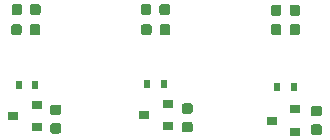
<source format=gbr>
G04 #@! TF.GenerationSoftware,KiCad,Pcbnew,5.0.1-33cea8e~68~ubuntu18.04.1*
G04 #@! TF.CreationDate,2018-11-09T17:01:54+09:00*
G04 #@! TF.ProjectId,relay_jacks,72656C61795F6A61636B732E6B696361,rev?*
G04 #@! TF.SameCoordinates,Original*
G04 #@! TF.FileFunction,Paste,Top*
G04 #@! TF.FilePolarity,Positive*
%FSLAX46Y46*%
G04 Gerber Fmt 4.6, Leading zero omitted, Abs format (unit mm)*
G04 Created by KiCad (PCBNEW 5.0.1-33cea8e~68~ubuntu18.04.1) date 2018年11月09日 17時01分54秒*
%MOMM*%
%LPD*%
G01*
G04 APERTURE LIST*
%ADD10C,0.100000*%
%ADD11C,0.875000*%
%ADD12R,0.600000X0.700000*%
%ADD13R,0.900000X0.800000*%
G04 APERTURE END LIST*
D10*
G04 #@! TO.C,D1*
G36*
X76844691Y-102894053D02*
X76865926Y-102897203D01*
X76886750Y-102902419D01*
X76906962Y-102909651D01*
X76926368Y-102918830D01*
X76944781Y-102929866D01*
X76962024Y-102942654D01*
X76977930Y-102957070D01*
X76992346Y-102972976D01*
X77005134Y-102990219D01*
X77016170Y-103008632D01*
X77025349Y-103028038D01*
X77032581Y-103048250D01*
X77037797Y-103069074D01*
X77040947Y-103090309D01*
X77042000Y-103111750D01*
X77042000Y-103624250D01*
X77040947Y-103645691D01*
X77037797Y-103666926D01*
X77032581Y-103687750D01*
X77025349Y-103707962D01*
X77016170Y-103727368D01*
X77005134Y-103745781D01*
X76992346Y-103763024D01*
X76977930Y-103778930D01*
X76962024Y-103793346D01*
X76944781Y-103806134D01*
X76926368Y-103817170D01*
X76906962Y-103826349D01*
X76886750Y-103833581D01*
X76865926Y-103838797D01*
X76844691Y-103841947D01*
X76823250Y-103843000D01*
X76385750Y-103843000D01*
X76364309Y-103841947D01*
X76343074Y-103838797D01*
X76322250Y-103833581D01*
X76302038Y-103826349D01*
X76282632Y-103817170D01*
X76264219Y-103806134D01*
X76246976Y-103793346D01*
X76231070Y-103778930D01*
X76216654Y-103763024D01*
X76203866Y-103745781D01*
X76192830Y-103727368D01*
X76183651Y-103707962D01*
X76176419Y-103687750D01*
X76171203Y-103666926D01*
X76168053Y-103645691D01*
X76167000Y-103624250D01*
X76167000Y-103111750D01*
X76168053Y-103090309D01*
X76171203Y-103069074D01*
X76176419Y-103048250D01*
X76183651Y-103028038D01*
X76192830Y-103008632D01*
X76203866Y-102990219D01*
X76216654Y-102972976D01*
X76231070Y-102957070D01*
X76246976Y-102942654D01*
X76264219Y-102929866D01*
X76282632Y-102918830D01*
X76302038Y-102909651D01*
X76322250Y-102902419D01*
X76343074Y-102897203D01*
X76364309Y-102894053D01*
X76385750Y-102893000D01*
X76823250Y-102893000D01*
X76844691Y-102894053D01*
X76844691Y-102894053D01*
G37*
D11*
X76604500Y-103368000D03*
D10*
G36*
X78419691Y-102894053D02*
X78440926Y-102897203D01*
X78461750Y-102902419D01*
X78481962Y-102909651D01*
X78501368Y-102918830D01*
X78519781Y-102929866D01*
X78537024Y-102942654D01*
X78552930Y-102957070D01*
X78567346Y-102972976D01*
X78580134Y-102990219D01*
X78591170Y-103008632D01*
X78600349Y-103028038D01*
X78607581Y-103048250D01*
X78612797Y-103069074D01*
X78615947Y-103090309D01*
X78617000Y-103111750D01*
X78617000Y-103624250D01*
X78615947Y-103645691D01*
X78612797Y-103666926D01*
X78607581Y-103687750D01*
X78600349Y-103707962D01*
X78591170Y-103727368D01*
X78580134Y-103745781D01*
X78567346Y-103763024D01*
X78552930Y-103778930D01*
X78537024Y-103793346D01*
X78519781Y-103806134D01*
X78501368Y-103817170D01*
X78481962Y-103826349D01*
X78461750Y-103833581D01*
X78440926Y-103838797D01*
X78419691Y-103841947D01*
X78398250Y-103843000D01*
X77960750Y-103843000D01*
X77939309Y-103841947D01*
X77918074Y-103838797D01*
X77897250Y-103833581D01*
X77877038Y-103826349D01*
X77857632Y-103817170D01*
X77839219Y-103806134D01*
X77821976Y-103793346D01*
X77806070Y-103778930D01*
X77791654Y-103763024D01*
X77778866Y-103745781D01*
X77767830Y-103727368D01*
X77758651Y-103707962D01*
X77751419Y-103687750D01*
X77746203Y-103666926D01*
X77743053Y-103645691D01*
X77742000Y-103624250D01*
X77742000Y-103111750D01*
X77743053Y-103090309D01*
X77746203Y-103069074D01*
X77751419Y-103048250D01*
X77758651Y-103028038D01*
X77767830Y-103008632D01*
X77778866Y-102990219D01*
X77791654Y-102972976D01*
X77806070Y-102957070D01*
X77821976Y-102942654D01*
X77839219Y-102929866D01*
X77857632Y-102918830D01*
X77877038Y-102909651D01*
X77897250Y-102902419D01*
X77918074Y-102897203D01*
X77939309Y-102894053D01*
X77960750Y-102893000D01*
X78398250Y-102893000D01*
X78419691Y-102894053D01*
X78419691Y-102894053D01*
G37*
D11*
X78179500Y-103368000D03*
G04 #@! TD*
D12*
G04 #@! TO.C,D2*
X78208100Y-108026000D03*
X76808100Y-108026000D03*
G04 #@! TD*
D13*
G04 #@! TO.C,Q1*
X78330300Y-111630000D03*
X78330300Y-109730000D03*
X76330300Y-110680000D03*
G04 #@! TD*
D10*
G04 #@! TO.C,R1*
G36*
X76871791Y-101190053D02*
X76893026Y-101193203D01*
X76913850Y-101198419D01*
X76934062Y-101205651D01*
X76953468Y-101214830D01*
X76971881Y-101225866D01*
X76989124Y-101238654D01*
X77005030Y-101253070D01*
X77019446Y-101268976D01*
X77032234Y-101286219D01*
X77043270Y-101304632D01*
X77052449Y-101324038D01*
X77059681Y-101344250D01*
X77064897Y-101365074D01*
X77068047Y-101386309D01*
X77069100Y-101407750D01*
X77069100Y-101920250D01*
X77068047Y-101941691D01*
X77064897Y-101962926D01*
X77059681Y-101983750D01*
X77052449Y-102003962D01*
X77043270Y-102023368D01*
X77032234Y-102041781D01*
X77019446Y-102059024D01*
X77005030Y-102074930D01*
X76989124Y-102089346D01*
X76971881Y-102102134D01*
X76953468Y-102113170D01*
X76934062Y-102122349D01*
X76913850Y-102129581D01*
X76893026Y-102134797D01*
X76871791Y-102137947D01*
X76850350Y-102139000D01*
X76412850Y-102139000D01*
X76391409Y-102137947D01*
X76370174Y-102134797D01*
X76349350Y-102129581D01*
X76329138Y-102122349D01*
X76309732Y-102113170D01*
X76291319Y-102102134D01*
X76274076Y-102089346D01*
X76258170Y-102074930D01*
X76243754Y-102059024D01*
X76230966Y-102041781D01*
X76219930Y-102023368D01*
X76210751Y-102003962D01*
X76203519Y-101983750D01*
X76198303Y-101962926D01*
X76195153Y-101941691D01*
X76194100Y-101920250D01*
X76194100Y-101407750D01*
X76195153Y-101386309D01*
X76198303Y-101365074D01*
X76203519Y-101344250D01*
X76210751Y-101324038D01*
X76219930Y-101304632D01*
X76230966Y-101286219D01*
X76243754Y-101268976D01*
X76258170Y-101253070D01*
X76274076Y-101238654D01*
X76291319Y-101225866D01*
X76309732Y-101214830D01*
X76329138Y-101205651D01*
X76349350Y-101198419D01*
X76370174Y-101193203D01*
X76391409Y-101190053D01*
X76412850Y-101189000D01*
X76850350Y-101189000D01*
X76871791Y-101190053D01*
X76871791Y-101190053D01*
G37*
D11*
X76631600Y-101664000D03*
D10*
G36*
X78446791Y-101190053D02*
X78468026Y-101193203D01*
X78488850Y-101198419D01*
X78509062Y-101205651D01*
X78528468Y-101214830D01*
X78546881Y-101225866D01*
X78564124Y-101238654D01*
X78580030Y-101253070D01*
X78594446Y-101268976D01*
X78607234Y-101286219D01*
X78618270Y-101304632D01*
X78627449Y-101324038D01*
X78634681Y-101344250D01*
X78639897Y-101365074D01*
X78643047Y-101386309D01*
X78644100Y-101407750D01*
X78644100Y-101920250D01*
X78643047Y-101941691D01*
X78639897Y-101962926D01*
X78634681Y-101983750D01*
X78627449Y-102003962D01*
X78618270Y-102023368D01*
X78607234Y-102041781D01*
X78594446Y-102059024D01*
X78580030Y-102074930D01*
X78564124Y-102089346D01*
X78546881Y-102102134D01*
X78528468Y-102113170D01*
X78509062Y-102122349D01*
X78488850Y-102129581D01*
X78468026Y-102134797D01*
X78446791Y-102137947D01*
X78425350Y-102139000D01*
X77987850Y-102139000D01*
X77966409Y-102137947D01*
X77945174Y-102134797D01*
X77924350Y-102129581D01*
X77904138Y-102122349D01*
X77884732Y-102113170D01*
X77866319Y-102102134D01*
X77849076Y-102089346D01*
X77833170Y-102074930D01*
X77818754Y-102059024D01*
X77805966Y-102041781D01*
X77794930Y-102023368D01*
X77785751Y-102003962D01*
X77778519Y-101983750D01*
X77773303Y-101962926D01*
X77770153Y-101941691D01*
X77769100Y-101920250D01*
X77769100Y-101407750D01*
X77770153Y-101386309D01*
X77773303Y-101365074D01*
X77778519Y-101344250D01*
X77785751Y-101324038D01*
X77794930Y-101304632D01*
X77805966Y-101286219D01*
X77818754Y-101268976D01*
X77833170Y-101253070D01*
X77849076Y-101238654D01*
X77866319Y-101225866D01*
X77884732Y-101214830D01*
X77904138Y-101205651D01*
X77924350Y-101198419D01*
X77945174Y-101193203D01*
X77966409Y-101190053D01*
X77987850Y-101189000D01*
X78425350Y-101189000D01*
X78446791Y-101190053D01*
X78446791Y-101190053D01*
G37*
D11*
X78206600Y-101664000D03*
G04 #@! TD*
D10*
G04 #@! TO.C,R2*
G36*
X80211491Y-111285053D02*
X80232726Y-111288203D01*
X80253550Y-111293419D01*
X80273762Y-111300651D01*
X80293168Y-111309830D01*
X80311581Y-111320866D01*
X80328824Y-111333654D01*
X80344730Y-111348070D01*
X80359146Y-111363976D01*
X80371934Y-111381219D01*
X80382970Y-111399632D01*
X80392149Y-111419038D01*
X80399381Y-111439250D01*
X80404597Y-111460074D01*
X80407747Y-111481309D01*
X80408800Y-111502750D01*
X80408800Y-111940250D01*
X80407747Y-111961691D01*
X80404597Y-111982926D01*
X80399381Y-112003750D01*
X80392149Y-112023962D01*
X80382970Y-112043368D01*
X80371934Y-112061781D01*
X80359146Y-112079024D01*
X80344730Y-112094930D01*
X80328824Y-112109346D01*
X80311581Y-112122134D01*
X80293168Y-112133170D01*
X80273762Y-112142349D01*
X80253550Y-112149581D01*
X80232726Y-112154797D01*
X80211491Y-112157947D01*
X80190050Y-112159000D01*
X79677550Y-112159000D01*
X79656109Y-112157947D01*
X79634874Y-112154797D01*
X79614050Y-112149581D01*
X79593838Y-112142349D01*
X79574432Y-112133170D01*
X79556019Y-112122134D01*
X79538776Y-112109346D01*
X79522870Y-112094930D01*
X79508454Y-112079024D01*
X79495666Y-112061781D01*
X79484630Y-112043368D01*
X79475451Y-112023962D01*
X79468219Y-112003750D01*
X79463003Y-111982926D01*
X79459853Y-111961691D01*
X79458800Y-111940250D01*
X79458800Y-111502750D01*
X79459853Y-111481309D01*
X79463003Y-111460074D01*
X79468219Y-111439250D01*
X79475451Y-111419038D01*
X79484630Y-111399632D01*
X79495666Y-111381219D01*
X79508454Y-111363976D01*
X79522870Y-111348070D01*
X79538776Y-111333654D01*
X79556019Y-111320866D01*
X79574432Y-111309830D01*
X79593838Y-111300651D01*
X79614050Y-111293419D01*
X79634874Y-111288203D01*
X79656109Y-111285053D01*
X79677550Y-111284000D01*
X80190050Y-111284000D01*
X80211491Y-111285053D01*
X80211491Y-111285053D01*
G37*
D11*
X79933800Y-111721500D03*
D10*
G36*
X80211491Y-109710053D02*
X80232726Y-109713203D01*
X80253550Y-109718419D01*
X80273762Y-109725651D01*
X80293168Y-109734830D01*
X80311581Y-109745866D01*
X80328824Y-109758654D01*
X80344730Y-109773070D01*
X80359146Y-109788976D01*
X80371934Y-109806219D01*
X80382970Y-109824632D01*
X80392149Y-109844038D01*
X80399381Y-109864250D01*
X80404597Y-109885074D01*
X80407747Y-109906309D01*
X80408800Y-109927750D01*
X80408800Y-110365250D01*
X80407747Y-110386691D01*
X80404597Y-110407926D01*
X80399381Y-110428750D01*
X80392149Y-110448962D01*
X80382970Y-110468368D01*
X80371934Y-110486781D01*
X80359146Y-110504024D01*
X80344730Y-110519930D01*
X80328824Y-110534346D01*
X80311581Y-110547134D01*
X80293168Y-110558170D01*
X80273762Y-110567349D01*
X80253550Y-110574581D01*
X80232726Y-110579797D01*
X80211491Y-110582947D01*
X80190050Y-110584000D01*
X79677550Y-110584000D01*
X79656109Y-110582947D01*
X79634874Y-110579797D01*
X79614050Y-110574581D01*
X79593838Y-110567349D01*
X79574432Y-110558170D01*
X79556019Y-110547134D01*
X79538776Y-110534346D01*
X79522870Y-110519930D01*
X79508454Y-110504024D01*
X79495666Y-110486781D01*
X79484630Y-110468368D01*
X79475451Y-110448962D01*
X79468219Y-110428750D01*
X79463003Y-110407926D01*
X79459853Y-110386691D01*
X79458800Y-110365250D01*
X79458800Y-109927750D01*
X79459853Y-109906309D01*
X79463003Y-109885074D01*
X79468219Y-109864250D01*
X79475451Y-109844038D01*
X79484630Y-109824632D01*
X79495666Y-109806219D01*
X79508454Y-109788976D01*
X79522870Y-109773070D01*
X79538776Y-109758654D01*
X79556019Y-109745866D01*
X79574432Y-109734830D01*
X79593838Y-109725651D01*
X79614050Y-109718419D01*
X79634874Y-109713203D01*
X79656109Y-109710053D01*
X79677550Y-109709000D01*
X80190050Y-109709000D01*
X80211491Y-109710053D01*
X80211491Y-109710053D01*
G37*
D11*
X79933800Y-110146500D03*
G04 #@! TD*
D10*
G04 #@! TO.C,D3*
G36*
X87844691Y-102894053D02*
X87865926Y-102897203D01*
X87886750Y-102902419D01*
X87906962Y-102909651D01*
X87926368Y-102918830D01*
X87944781Y-102929866D01*
X87962024Y-102942654D01*
X87977930Y-102957070D01*
X87992346Y-102972976D01*
X88005134Y-102990219D01*
X88016170Y-103008632D01*
X88025349Y-103028038D01*
X88032581Y-103048250D01*
X88037797Y-103069074D01*
X88040947Y-103090309D01*
X88042000Y-103111750D01*
X88042000Y-103624250D01*
X88040947Y-103645691D01*
X88037797Y-103666926D01*
X88032581Y-103687750D01*
X88025349Y-103707962D01*
X88016170Y-103727368D01*
X88005134Y-103745781D01*
X87992346Y-103763024D01*
X87977930Y-103778930D01*
X87962024Y-103793346D01*
X87944781Y-103806134D01*
X87926368Y-103817170D01*
X87906962Y-103826349D01*
X87886750Y-103833581D01*
X87865926Y-103838797D01*
X87844691Y-103841947D01*
X87823250Y-103843000D01*
X87385750Y-103843000D01*
X87364309Y-103841947D01*
X87343074Y-103838797D01*
X87322250Y-103833581D01*
X87302038Y-103826349D01*
X87282632Y-103817170D01*
X87264219Y-103806134D01*
X87246976Y-103793346D01*
X87231070Y-103778930D01*
X87216654Y-103763024D01*
X87203866Y-103745781D01*
X87192830Y-103727368D01*
X87183651Y-103707962D01*
X87176419Y-103687750D01*
X87171203Y-103666926D01*
X87168053Y-103645691D01*
X87167000Y-103624250D01*
X87167000Y-103111750D01*
X87168053Y-103090309D01*
X87171203Y-103069074D01*
X87176419Y-103048250D01*
X87183651Y-103028038D01*
X87192830Y-103008632D01*
X87203866Y-102990219D01*
X87216654Y-102972976D01*
X87231070Y-102957070D01*
X87246976Y-102942654D01*
X87264219Y-102929866D01*
X87282632Y-102918830D01*
X87302038Y-102909651D01*
X87322250Y-102902419D01*
X87343074Y-102897203D01*
X87364309Y-102894053D01*
X87385750Y-102893000D01*
X87823250Y-102893000D01*
X87844691Y-102894053D01*
X87844691Y-102894053D01*
G37*
D11*
X87604500Y-103368000D03*
D10*
G36*
X89419691Y-102894053D02*
X89440926Y-102897203D01*
X89461750Y-102902419D01*
X89481962Y-102909651D01*
X89501368Y-102918830D01*
X89519781Y-102929866D01*
X89537024Y-102942654D01*
X89552930Y-102957070D01*
X89567346Y-102972976D01*
X89580134Y-102990219D01*
X89591170Y-103008632D01*
X89600349Y-103028038D01*
X89607581Y-103048250D01*
X89612797Y-103069074D01*
X89615947Y-103090309D01*
X89617000Y-103111750D01*
X89617000Y-103624250D01*
X89615947Y-103645691D01*
X89612797Y-103666926D01*
X89607581Y-103687750D01*
X89600349Y-103707962D01*
X89591170Y-103727368D01*
X89580134Y-103745781D01*
X89567346Y-103763024D01*
X89552930Y-103778930D01*
X89537024Y-103793346D01*
X89519781Y-103806134D01*
X89501368Y-103817170D01*
X89481962Y-103826349D01*
X89461750Y-103833581D01*
X89440926Y-103838797D01*
X89419691Y-103841947D01*
X89398250Y-103843000D01*
X88960750Y-103843000D01*
X88939309Y-103841947D01*
X88918074Y-103838797D01*
X88897250Y-103833581D01*
X88877038Y-103826349D01*
X88857632Y-103817170D01*
X88839219Y-103806134D01*
X88821976Y-103793346D01*
X88806070Y-103778930D01*
X88791654Y-103763024D01*
X88778866Y-103745781D01*
X88767830Y-103727368D01*
X88758651Y-103707962D01*
X88751419Y-103687750D01*
X88746203Y-103666926D01*
X88743053Y-103645691D01*
X88742000Y-103624250D01*
X88742000Y-103111750D01*
X88743053Y-103090309D01*
X88746203Y-103069074D01*
X88751419Y-103048250D01*
X88758651Y-103028038D01*
X88767830Y-103008632D01*
X88778866Y-102990219D01*
X88791654Y-102972976D01*
X88806070Y-102957070D01*
X88821976Y-102942654D01*
X88839219Y-102929866D01*
X88857632Y-102918830D01*
X88877038Y-102909651D01*
X88897250Y-102902419D01*
X88918074Y-102897203D01*
X88939309Y-102894053D01*
X88960750Y-102893000D01*
X89398250Y-102893000D01*
X89419691Y-102894053D01*
X89419691Y-102894053D01*
G37*
D11*
X89179500Y-103368000D03*
G04 #@! TD*
D12*
G04 #@! TO.C,D4*
X89077800Y-107950000D03*
X87677800Y-107950000D03*
G04 #@! TD*
D10*
G04 #@! TO.C,D5*
G36*
X100419691Y-102894053D02*
X100440926Y-102897203D01*
X100461750Y-102902419D01*
X100481962Y-102909651D01*
X100501368Y-102918830D01*
X100519781Y-102929866D01*
X100537024Y-102942654D01*
X100552930Y-102957070D01*
X100567346Y-102972976D01*
X100580134Y-102990219D01*
X100591170Y-103008632D01*
X100600349Y-103028038D01*
X100607581Y-103048250D01*
X100612797Y-103069074D01*
X100615947Y-103090309D01*
X100617000Y-103111750D01*
X100617000Y-103624250D01*
X100615947Y-103645691D01*
X100612797Y-103666926D01*
X100607581Y-103687750D01*
X100600349Y-103707962D01*
X100591170Y-103727368D01*
X100580134Y-103745781D01*
X100567346Y-103763024D01*
X100552930Y-103778930D01*
X100537024Y-103793346D01*
X100519781Y-103806134D01*
X100501368Y-103817170D01*
X100481962Y-103826349D01*
X100461750Y-103833581D01*
X100440926Y-103838797D01*
X100419691Y-103841947D01*
X100398250Y-103843000D01*
X99960750Y-103843000D01*
X99939309Y-103841947D01*
X99918074Y-103838797D01*
X99897250Y-103833581D01*
X99877038Y-103826349D01*
X99857632Y-103817170D01*
X99839219Y-103806134D01*
X99821976Y-103793346D01*
X99806070Y-103778930D01*
X99791654Y-103763024D01*
X99778866Y-103745781D01*
X99767830Y-103727368D01*
X99758651Y-103707962D01*
X99751419Y-103687750D01*
X99746203Y-103666926D01*
X99743053Y-103645691D01*
X99742000Y-103624250D01*
X99742000Y-103111750D01*
X99743053Y-103090309D01*
X99746203Y-103069074D01*
X99751419Y-103048250D01*
X99758651Y-103028038D01*
X99767830Y-103008632D01*
X99778866Y-102990219D01*
X99791654Y-102972976D01*
X99806070Y-102957070D01*
X99821976Y-102942654D01*
X99839219Y-102929866D01*
X99857632Y-102918830D01*
X99877038Y-102909651D01*
X99897250Y-102902419D01*
X99918074Y-102897203D01*
X99939309Y-102894053D01*
X99960750Y-102893000D01*
X100398250Y-102893000D01*
X100419691Y-102894053D01*
X100419691Y-102894053D01*
G37*
D11*
X100179500Y-103368000D03*
D10*
G36*
X98844691Y-102894053D02*
X98865926Y-102897203D01*
X98886750Y-102902419D01*
X98906962Y-102909651D01*
X98926368Y-102918830D01*
X98944781Y-102929866D01*
X98962024Y-102942654D01*
X98977930Y-102957070D01*
X98992346Y-102972976D01*
X99005134Y-102990219D01*
X99016170Y-103008632D01*
X99025349Y-103028038D01*
X99032581Y-103048250D01*
X99037797Y-103069074D01*
X99040947Y-103090309D01*
X99042000Y-103111750D01*
X99042000Y-103624250D01*
X99040947Y-103645691D01*
X99037797Y-103666926D01*
X99032581Y-103687750D01*
X99025349Y-103707962D01*
X99016170Y-103727368D01*
X99005134Y-103745781D01*
X98992346Y-103763024D01*
X98977930Y-103778930D01*
X98962024Y-103793346D01*
X98944781Y-103806134D01*
X98926368Y-103817170D01*
X98906962Y-103826349D01*
X98886750Y-103833581D01*
X98865926Y-103838797D01*
X98844691Y-103841947D01*
X98823250Y-103843000D01*
X98385750Y-103843000D01*
X98364309Y-103841947D01*
X98343074Y-103838797D01*
X98322250Y-103833581D01*
X98302038Y-103826349D01*
X98282632Y-103817170D01*
X98264219Y-103806134D01*
X98246976Y-103793346D01*
X98231070Y-103778930D01*
X98216654Y-103763024D01*
X98203866Y-103745781D01*
X98192830Y-103727368D01*
X98183651Y-103707962D01*
X98176419Y-103687750D01*
X98171203Y-103666926D01*
X98168053Y-103645691D01*
X98167000Y-103624250D01*
X98167000Y-103111750D01*
X98168053Y-103090309D01*
X98171203Y-103069074D01*
X98176419Y-103048250D01*
X98183651Y-103028038D01*
X98192830Y-103008632D01*
X98203866Y-102990219D01*
X98216654Y-102972976D01*
X98231070Y-102957070D01*
X98246976Y-102942654D01*
X98264219Y-102929866D01*
X98282632Y-102918830D01*
X98302038Y-102909651D01*
X98322250Y-102902419D01*
X98343074Y-102897203D01*
X98364309Y-102894053D01*
X98385750Y-102893000D01*
X98823250Y-102893000D01*
X98844691Y-102894053D01*
X98844691Y-102894053D01*
G37*
D11*
X98604500Y-103368000D03*
G04 #@! TD*
D12*
G04 #@! TO.C,D6*
X98677500Y-108229000D03*
X100077500Y-108229000D03*
G04 #@! TD*
D13*
G04 #@! TO.C,Q2*
X89404700Y-111554000D03*
X89404700Y-109654000D03*
X87404700Y-110604000D03*
G04 #@! TD*
G04 #@! TO.C,Q3*
X98225100Y-111074000D03*
X100225100Y-110124000D03*
X100225100Y-112024000D03*
G04 #@! TD*
D10*
G04 #@! TO.C,R3*
G36*
X91336691Y-109609053D02*
X91357926Y-109612203D01*
X91378750Y-109617419D01*
X91398962Y-109624651D01*
X91418368Y-109633830D01*
X91436781Y-109644866D01*
X91454024Y-109657654D01*
X91469930Y-109672070D01*
X91484346Y-109687976D01*
X91497134Y-109705219D01*
X91508170Y-109723632D01*
X91517349Y-109743038D01*
X91524581Y-109763250D01*
X91529797Y-109784074D01*
X91532947Y-109805309D01*
X91534000Y-109826750D01*
X91534000Y-110264250D01*
X91532947Y-110285691D01*
X91529797Y-110306926D01*
X91524581Y-110327750D01*
X91517349Y-110347962D01*
X91508170Y-110367368D01*
X91497134Y-110385781D01*
X91484346Y-110403024D01*
X91469930Y-110418930D01*
X91454024Y-110433346D01*
X91436781Y-110446134D01*
X91418368Y-110457170D01*
X91398962Y-110466349D01*
X91378750Y-110473581D01*
X91357926Y-110478797D01*
X91336691Y-110481947D01*
X91315250Y-110483000D01*
X90802750Y-110483000D01*
X90781309Y-110481947D01*
X90760074Y-110478797D01*
X90739250Y-110473581D01*
X90719038Y-110466349D01*
X90699632Y-110457170D01*
X90681219Y-110446134D01*
X90663976Y-110433346D01*
X90648070Y-110418930D01*
X90633654Y-110403024D01*
X90620866Y-110385781D01*
X90609830Y-110367368D01*
X90600651Y-110347962D01*
X90593419Y-110327750D01*
X90588203Y-110306926D01*
X90585053Y-110285691D01*
X90584000Y-110264250D01*
X90584000Y-109826750D01*
X90585053Y-109805309D01*
X90588203Y-109784074D01*
X90593419Y-109763250D01*
X90600651Y-109743038D01*
X90609830Y-109723632D01*
X90620866Y-109705219D01*
X90633654Y-109687976D01*
X90648070Y-109672070D01*
X90663976Y-109657654D01*
X90681219Y-109644866D01*
X90699632Y-109633830D01*
X90719038Y-109624651D01*
X90739250Y-109617419D01*
X90760074Y-109612203D01*
X90781309Y-109609053D01*
X90802750Y-109608000D01*
X91315250Y-109608000D01*
X91336691Y-109609053D01*
X91336691Y-109609053D01*
G37*
D11*
X91059000Y-110045500D03*
D10*
G36*
X91336691Y-111184053D02*
X91357926Y-111187203D01*
X91378750Y-111192419D01*
X91398962Y-111199651D01*
X91418368Y-111208830D01*
X91436781Y-111219866D01*
X91454024Y-111232654D01*
X91469930Y-111247070D01*
X91484346Y-111262976D01*
X91497134Y-111280219D01*
X91508170Y-111298632D01*
X91517349Y-111318038D01*
X91524581Y-111338250D01*
X91529797Y-111359074D01*
X91532947Y-111380309D01*
X91534000Y-111401750D01*
X91534000Y-111839250D01*
X91532947Y-111860691D01*
X91529797Y-111881926D01*
X91524581Y-111902750D01*
X91517349Y-111922962D01*
X91508170Y-111942368D01*
X91497134Y-111960781D01*
X91484346Y-111978024D01*
X91469930Y-111993930D01*
X91454024Y-112008346D01*
X91436781Y-112021134D01*
X91418368Y-112032170D01*
X91398962Y-112041349D01*
X91378750Y-112048581D01*
X91357926Y-112053797D01*
X91336691Y-112056947D01*
X91315250Y-112058000D01*
X90802750Y-112058000D01*
X90781309Y-112056947D01*
X90760074Y-112053797D01*
X90739250Y-112048581D01*
X90719038Y-112041349D01*
X90699632Y-112032170D01*
X90681219Y-112021134D01*
X90663976Y-112008346D01*
X90648070Y-111993930D01*
X90633654Y-111978024D01*
X90620866Y-111960781D01*
X90609830Y-111942368D01*
X90600651Y-111922962D01*
X90593419Y-111902750D01*
X90588203Y-111881926D01*
X90585053Y-111860691D01*
X90584000Y-111839250D01*
X90584000Y-111401750D01*
X90585053Y-111380309D01*
X90588203Y-111359074D01*
X90593419Y-111338250D01*
X90600651Y-111318038D01*
X90609830Y-111298632D01*
X90620866Y-111280219D01*
X90633654Y-111262976D01*
X90648070Y-111247070D01*
X90663976Y-111232654D01*
X90681219Y-111219866D01*
X90699632Y-111208830D01*
X90719038Y-111199651D01*
X90739250Y-111192419D01*
X90760074Y-111187203D01*
X90781309Y-111184053D01*
X90802750Y-111183000D01*
X91315250Y-111183000D01*
X91336691Y-111184053D01*
X91336691Y-111184053D01*
G37*
D11*
X91059000Y-111620500D03*
G04 #@! TD*
D10*
G04 #@! TO.C,R4*
G36*
X89394291Y-101190053D02*
X89415526Y-101193203D01*
X89436350Y-101198419D01*
X89456562Y-101205651D01*
X89475968Y-101214830D01*
X89494381Y-101225866D01*
X89511624Y-101238654D01*
X89527530Y-101253070D01*
X89541946Y-101268976D01*
X89554734Y-101286219D01*
X89565770Y-101304632D01*
X89574949Y-101324038D01*
X89582181Y-101344250D01*
X89587397Y-101365074D01*
X89590547Y-101386309D01*
X89591600Y-101407750D01*
X89591600Y-101920250D01*
X89590547Y-101941691D01*
X89587397Y-101962926D01*
X89582181Y-101983750D01*
X89574949Y-102003962D01*
X89565770Y-102023368D01*
X89554734Y-102041781D01*
X89541946Y-102059024D01*
X89527530Y-102074930D01*
X89511624Y-102089346D01*
X89494381Y-102102134D01*
X89475968Y-102113170D01*
X89456562Y-102122349D01*
X89436350Y-102129581D01*
X89415526Y-102134797D01*
X89394291Y-102137947D01*
X89372850Y-102139000D01*
X88935350Y-102139000D01*
X88913909Y-102137947D01*
X88892674Y-102134797D01*
X88871850Y-102129581D01*
X88851638Y-102122349D01*
X88832232Y-102113170D01*
X88813819Y-102102134D01*
X88796576Y-102089346D01*
X88780670Y-102074930D01*
X88766254Y-102059024D01*
X88753466Y-102041781D01*
X88742430Y-102023368D01*
X88733251Y-102003962D01*
X88726019Y-101983750D01*
X88720803Y-101962926D01*
X88717653Y-101941691D01*
X88716600Y-101920250D01*
X88716600Y-101407750D01*
X88717653Y-101386309D01*
X88720803Y-101365074D01*
X88726019Y-101344250D01*
X88733251Y-101324038D01*
X88742430Y-101304632D01*
X88753466Y-101286219D01*
X88766254Y-101268976D01*
X88780670Y-101253070D01*
X88796576Y-101238654D01*
X88813819Y-101225866D01*
X88832232Y-101214830D01*
X88851638Y-101205651D01*
X88871850Y-101198419D01*
X88892674Y-101193203D01*
X88913909Y-101190053D01*
X88935350Y-101189000D01*
X89372850Y-101189000D01*
X89394291Y-101190053D01*
X89394291Y-101190053D01*
G37*
D11*
X89154100Y-101664000D03*
D10*
G36*
X87819291Y-101190053D02*
X87840526Y-101193203D01*
X87861350Y-101198419D01*
X87881562Y-101205651D01*
X87900968Y-101214830D01*
X87919381Y-101225866D01*
X87936624Y-101238654D01*
X87952530Y-101253070D01*
X87966946Y-101268976D01*
X87979734Y-101286219D01*
X87990770Y-101304632D01*
X87999949Y-101324038D01*
X88007181Y-101344250D01*
X88012397Y-101365074D01*
X88015547Y-101386309D01*
X88016600Y-101407750D01*
X88016600Y-101920250D01*
X88015547Y-101941691D01*
X88012397Y-101962926D01*
X88007181Y-101983750D01*
X87999949Y-102003962D01*
X87990770Y-102023368D01*
X87979734Y-102041781D01*
X87966946Y-102059024D01*
X87952530Y-102074930D01*
X87936624Y-102089346D01*
X87919381Y-102102134D01*
X87900968Y-102113170D01*
X87881562Y-102122349D01*
X87861350Y-102129581D01*
X87840526Y-102134797D01*
X87819291Y-102137947D01*
X87797850Y-102139000D01*
X87360350Y-102139000D01*
X87338909Y-102137947D01*
X87317674Y-102134797D01*
X87296850Y-102129581D01*
X87276638Y-102122349D01*
X87257232Y-102113170D01*
X87238819Y-102102134D01*
X87221576Y-102089346D01*
X87205670Y-102074930D01*
X87191254Y-102059024D01*
X87178466Y-102041781D01*
X87167430Y-102023368D01*
X87158251Y-102003962D01*
X87151019Y-101983750D01*
X87145803Y-101962926D01*
X87142653Y-101941691D01*
X87141600Y-101920250D01*
X87141600Y-101407750D01*
X87142653Y-101386309D01*
X87145803Y-101365074D01*
X87151019Y-101344250D01*
X87158251Y-101324038D01*
X87167430Y-101304632D01*
X87178466Y-101286219D01*
X87191254Y-101268976D01*
X87205670Y-101253070D01*
X87221576Y-101238654D01*
X87238819Y-101225866D01*
X87257232Y-101214830D01*
X87276638Y-101205651D01*
X87296850Y-101198419D01*
X87317674Y-101193203D01*
X87338909Y-101190053D01*
X87360350Y-101189000D01*
X87797850Y-101189000D01*
X87819291Y-101190053D01*
X87819291Y-101190053D01*
G37*
D11*
X87579100Y-101664000D03*
G04 #@! TD*
D10*
G04 #@! TO.C,R5*
G36*
X102271691Y-109812053D02*
X102292926Y-109815203D01*
X102313750Y-109820419D01*
X102333962Y-109827651D01*
X102353368Y-109836830D01*
X102371781Y-109847866D01*
X102389024Y-109860654D01*
X102404930Y-109875070D01*
X102419346Y-109890976D01*
X102432134Y-109908219D01*
X102443170Y-109926632D01*
X102452349Y-109946038D01*
X102459581Y-109966250D01*
X102464797Y-109987074D01*
X102467947Y-110008309D01*
X102469000Y-110029750D01*
X102469000Y-110467250D01*
X102467947Y-110488691D01*
X102464797Y-110509926D01*
X102459581Y-110530750D01*
X102452349Y-110550962D01*
X102443170Y-110570368D01*
X102432134Y-110588781D01*
X102419346Y-110606024D01*
X102404930Y-110621930D01*
X102389024Y-110636346D01*
X102371781Y-110649134D01*
X102353368Y-110660170D01*
X102333962Y-110669349D01*
X102313750Y-110676581D01*
X102292926Y-110681797D01*
X102271691Y-110684947D01*
X102250250Y-110686000D01*
X101737750Y-110686000D01*
X101716309Y-110684947D01*
X101695074Y-110681797D01*
X101674250Y-110676581D01*
X101654038Y-110669349D01*
X101634632Y-110660170D01*
X101616219Y-110649134D01*
X101598976Y-110636346D01*
X101583070Y-110621930D01*
X101568654Y-110606024D01*
X101555866Y-110588781D01*
X101544830Y-110570368D01*
X101535651Y-110550962D01*
X101528419Y-110530750D01*
X101523203Y-110509926D01*
X101520053Y-110488691D01*
X101519000Y-110467250D01*
X101519000Y-110029750D01*
X101520053Y-110008309D01*
X101523203Y-109987074D01*
X101528419Y-109966250D01*
X101535651Y-109946038D01*
X101544830Y-109926632D01*
X101555866Y-109908219D01*
X101568654Y-109890976D01*
X101583070Y-109875070D01*
X101598976Y-109860654D01*
X101616219Y-109847866D01*
X101634632Y-109836830D01*
X101654038Y-109827651D01*
X101674250Y-109820419D01*
X101695074Y-109815203D01*
X101716309Y-109812053D01*
X101737750Y-109811000D01*
X102250250Y-109811000D01*
X102271691Y-109812053D01*
X102271691Y-109812053D01*
G37*
D11*
X101994000Y-110248500D03*
D10*
G36*
X102271691Y-111387053D02*
X102292926Y-111390203D01*
X102313750Y-111395419D01*
X102333962Y-111402651D01*
X102353368Y-111411830D01*
X102371781Y-111422866D01*
X102389024Y-111435654D01*
X102404930Y-111450070D01*
X102419346Y-111465976D01*
X102432134Y-111483219D01*
X102443170Y-111501632D01*
X102452349Y-111521038D01*
X102459581Y-111541250D01*
X102464797Y-111562074D01*
X102467947Y-111583309D01*
X102469000Y-111604750D01*
X102469000Y-112042250D01*
X102467947Y-112063691D01*
X102464797Y-112084926D01*
X102459581Y-112105750D01*
X102452349Y-112125962D01*
X102443170Y-112145368D01*
X102432134Y-112163781D01*
X102419346Y-112181024D01*
X102404930Y-112196930D01*
X102389024Y-112211346D01*
X102371781Y-112224134D01*
X102353368Y-112235170D01*
X102333962Y-112244349D01*
X102313750Y-112251581D01*
X102292926Y-112256797D01*
X102271691Y-112259947D01*
X102250250Y-112261000D01*
X101737750Y-112261000D01*
X101716309Y-112259947D01*
X101695074Y-112256797D01*
X101674250Y-112251581D01*
X101654038Y-112244349D01*
X101634632Y-112235170D01*
X101616219Y-112224134D01*
X101598976Y-112211346D01*
X101583070Y-112196930D01*
X101568654Y-112181024D01*
X101555866Y-112163781D01*
X101544830Y-112145368D01*
X101535651Y-112125962D01*
X101528419Y-112105750D01*
X101523203Y-112084926D01*
X101520053Y-112063691D01*
X101519000Y-112042250D01*
X101519000Y-111604750D01*
X101520053Y-111583309D01*
X101523203Y-111562074D01*
X101528419Y-111541250D01*
X101535651Y-111521038D01*
X101544830Y-111501632D01*
X101555866Y-111483219D01*
X101568654Y-111465976D01*
X101583070Y-111450070D01*
X101598976Y-111435654D01*
X101616219Y-111422866D01*
X101634632Y-111411830D01*
X101654038Y-111402651D01*
X101674250Y-111395419D01*
X101695074Y-111390203D01*
X101716309Y-111387053D01*
X101737750Y-111386000D01*
X102250250Y-111386000D01*
X102271691Y-111387053D01*
X102271691Y-111387053D01*
G37*
D11*
X101994000Y-111823500D03*
G04 #@! TD*
D10*
G04 #@! TO.C,R6*
G36*
X100405191Y-101240053D02*
X100426426Y-101243203D01*
X100447250Y-101248419D01*
X100467462Y-101255651D01*
X100486868Y-101264830D01*
X100505281Y-101275866D01*
X100522524Y-101288654D01*
X100538430Y-101303070D01*
X100552846Y-101318976D01*
X100565634Y-101336219D01*
X100576670Y-101354632D01*
X100585849Y-101374038D01*
X100593081Y-101394250D01*
X100598297Y-101415074D01*
X100601447Y-101436309D01*
X100602500Y-101457750D01*
X100602500Y-101970250D01*
X100601447Y-101991691D01*
X100598297Y-102012926D01*
X100593081Y-102033750D01*
X100585849Y-102053962D01*
X100576670Y-102073368D01*
X100565634Y-102091781D01*
X100552846Y-102109024D01*
X100538430Y-102124930D01*
X100522524Y-102139346D01*
X100505281Y-102152134D01*
X100486868Y-102163170D01*
X100467462Y-102172349D01*
X100447250Y-102179581D01*
X100426426Y-102184797D01*
X100405191Y-102187947D01*
X100383750Y-102189000D01*
X99946250Y-102189000D01*
X99924809Y-102187947D01*
X99903574Y-102184797D01*
X99882750Y-102179581D01*
X99862538Y-102172349D01*
X99843132Y-102163170D01*
X99824719Y-102152134D01*
X99807476Y-102139346D01*
X99791570Y-102124930D01*
X99777154Y-102109024D01*
X99764366Y-102091781D01*
X99753330Y-102073368D01*
X99744151Y-102053962D01*
X99736919Y-102033750D01*
X99731703Y-102012926D01*
X99728553Y-101991691D01*
X99727500Y-101970250D01*
X99727500Y-101457750D01*
X99728553Y-101436309D01*
X99731703Y-101415074D01*
X99736919Y-101394250D01*
X99744151Y-101374038D01*
X99753330Y-101354632D01*
X99764366Y-101336219D01*
X99777154Y-101318976D01*
X99791570Y-101303070D01*
X99807476Y-101288654D01*
X99824719Y-101275866D01*
X99843132Y-101264830D01*
X99862538Y-101255651D01*
X99882750Y-101248419D01*
X99903574Y-101243203D01*
X99924809Y-101240053D01*
X99946250Y-101239000D01*
X100383750Y-101239000D01*
X100405191Y-101240053D01*
X100405191Y-101240053D01*
G37*
D11*
X100165000Y-101714000D03*
D10*
G36*
X98830191Y-101240053D02*
X98851426Y-101243203D01*
X98872250Y-101248419D01*
X98892462Y-101255651D01*
X98911868Y-101264830D01*
X98930281Y-101275866D01*
X98947524Y-101288654D01*
X98963430Y-101303070D01*
X98977846Y-101318976D01*
X98990634Y-101336219D01*
X99001670Y-101354632D01*
X99010849Y-101374038D01*
X99018081Y-101394250D01*
X99023297Y-101415074D01*
X99026447Y-101436309D01*
X99027500Y-101457750D01*
X99027500Y-101970250D01*
X99026447Y-101991691D01*
X99023297Y-102012926D01*
X99018081Y-102033750D01*
X99010849Y-102053962D01*
X99001670Y-102073368D01*
X98990634Y-102091781D01*
X98977846Y-102109024D01*
X98963430Y-102124930D01*
X98947524Y-102139346D01*
X98930281Y-102152134D01*
X98911868Y-102163170D01*
X98892462Y-102172349D01*
X98872250Y-102179581D01*
X98851426Y-102184797D01*
X98830191Y-102187947D01*
X98808750Y-102189000D01*
X98371250Y-102189000D01*
X98349809Y-102187947D01*
X98328574Y-102184797D01*
X98307750Y-102179581D01*
X98287538Y-102172349D01*
X98268132Y-102163170D01*
X98249719Y-102152134D01*
X98232476Y-102139346D01*
X98216570Y-102124930D01*
X98202154Y-102109024D01*
X98189366Y-102091781D01*
X98178330Y-102073368D01*
X98169151Y-102053962D01*
X98161919Y-102033750D01*
X98156703Y-102012926D01*
X98153553Y-101991691D01*
X98152500Y-101970250D01*
X98152500Y-101457750D01*
X98153553Y-101436309D01*
X98156703Y-101415074D01*
X98161919Y-101394250D01*
X98169151Y-101374038D01*
X98178330Y-101354632D01*
X98189366Y-101336219D01*
X98202154Y-101318976D01*
X98216570Y-101303070D01*
X98232476Y-101288654D01*
X98249719Y-101275866D01*
X98268132Y-101264830D01*
X98287538Y-101255651D01*
X98307750Y-101248419D01*
X98328574Y-101243203D01*
X98349809Y-101240053D01*
X98371250Y-101239000D01*
X98808750Y-101239000D01*
X98830191Y-101240053D01*
X98830191Y-101240053D01*
G37*
D11*
X98590000Y-101714000D03*
G04 #@! TD*
M02*

</source>
